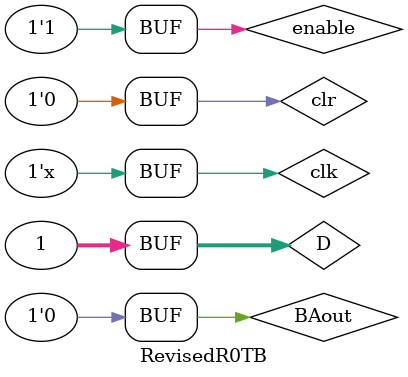
<source format=v>
`timescale 1ns/10ps
module RevisedR0TB;

reg clk = 0;
reg enable = 1;
reg clr = 0;
reg BAout = 0;
reg  [31:0] D;

wire [31:0] BusMuxOut;

always #10 clk = !clk;

RevisedR0 reg_instance(clk, clr, enable, BAout, D, BusMuxOut);
initial begin
 
	clr <= 0;
	BAout <= 0;
	D <= 32'b1;
	enable <=1;
	
	

end
endmodule

</source>
